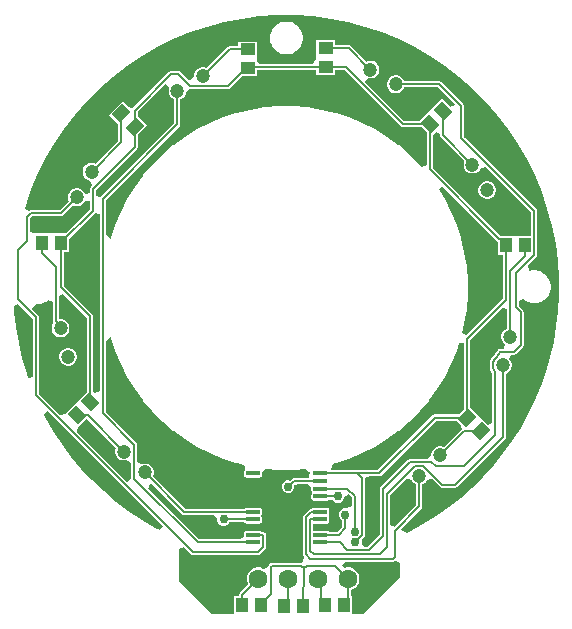
<source format=gtl>
G04*
G04 #@! TF.GenerationSoftware,Altium Limited,Altium Designer,22.7.1 (60)*
G04*
G04 Layer_Physical_Order=1*
G04 Layer_Color=255*
%FSLAX44Y44*%
%MOMM*%
G71*
G04*
G04 #@! TF.SameCoordinates,34583956-BA44-4E5B-BA21-D6171543F883*
G04*
G04*
G04 #@! TF.FilePolarity,Positive*
G04*
G01*
G75*
%ADD14R,1.0000X1.3000*%
G04:AMPARAMS|DCode=15|XSize=1.3mm|YSize=1mm|CornerRadius=0mm|HoleSize=0mm|Usage=FLASHONLY|Rotation=225.000|XOffset=0mm|YOffset=0mm|HoleType=Round|Shape=Rectangle|*
%AMROTATEDRECTD15*
4,1,4,0.1061,0.8132,0.8132,0.1061,-0.1061,-0.8132,-0.8132,-0.1061,0.1061,0.8132,0.0*
%
%ADD15ROTATEDRECTD15*%

G04:AMPARAMS|DCode=16|XSize=1.3mm|YSize=1mm|CornerRadius=0mm|HoleSize=0mm|Usage=FLASHONLY|Rotation=315.000|XOffset=0mm|YOffset=0mm|HoleType=Round|Shape=Rectangle|*
%AMROTATEDRECTD16*
4,1,4,-0.8132,0.1061,-0.1061,0.8132,0.8132,-0.1061,0.1061,-0.8132,-0.8132,0.1061,0.0*
%
%ADD16ROTATEDRECTD16*%

%ADD17R,1.3000X1.0000*%
G04:AMPARAMS|DCode=18|XSize=0.4mm|YSize=1.2mm|CornerRadius=0.05mm|HoleSize=0mm|Usage=FLASHONLY|Rotation=90.000|XOffset=0mm|YOffset=0mm|HoleType=Round|Shape=RoundedRectangle|*
%AMROUNDEDRECTD18*
21,1,0.4000,1.1000,0,0,90.0*
21,1,0.3000,1.2000,0,0,90.0*
1,1,0.1000,0.5500,0.1500*
1,1,0.1000,0.5500,-0.1500*
1,1,0.1000,-0.5500,-0.1500*
1,1,0.1000,-0.5500,0.1500*
%
%ADD18ROUNDEDRECTD18*%
%ADD29C,0.2032*%
%ADD30C,0.2032*%
%ADD31C,1.6000*%
%ADD32R,1.6000X1.6000*%
%ADD33C,1.2000*%
%ADD34C,1.2700*%
%ADD35C,0.7620*%
G36*
X331994Y371988D02*
X332834Y371426D01*
X333825Y371229D01*
X349910D01*
X353957Y367182D01*
Y338716D01*
X349957Y337241D01*
X348137Y339371D01*
X348016Y339467D01*
X347930Y339595D01*
X339595Y347930D01*
X339467Y348016D01*
X339371Y348137D01*
X330409Y355792D01*
X330274Y355868D01*
X330169Y355981D01*
X320633Y362909D01*
X320493Y362974D01*
X320379Y363079D01*
X310329Y369238D01*
X310185Y369291D01*
X310063Y369387D01*
X299561Y374738D01*
X299412Y374780D01*
X299284Y374865D01*
X288394Y379376D01*
X288243Y379406D01*
X288108Y379482D01*
X276898Y383124D01*
X276744Y383142D01*
X276604Y383207D01*
X265143Y385959D01*
X264989Y385965D01*
X264844Y386018D01*
X253202Y387862D01*
X253048Y387856D01*
X252899Y387898D01*
X241148Y388823D01*
X240995Y388805D01*
X240844Y388835D01*
X229056D01*
X228905Y388805D01*
X228752Y388823D01*
X217001Y387898D01*
X216852Y387856D01*
X216698Y387862D01*
X205056Y386018D01*
X204911Y385965D01*
X204757Y385959D01*
X193296Y383207D01*
X193155Y383142D01*
X193002Y383124D01*
X181792Y379482D01*
X181657Y379406D01*
X181506Y379376D01*
X170616Y374865D01*
X170488Y374780D01*
X170339Y374738D01*
X159837Y369387D01*
X159715Y369291D01*
X159571Y369238D01*
X149520Y363079D01*
X149407Y362974D01*
X149267Y362909D01*
X139731Y355981D01*
X139626Y355868D01*
X139491Y355792D01*
X130528Y348137D01*
X130433Y348016D01*
X130304Y347930D01*
X121970Y339595D01*
X121884Y339467D01*
X121763Y339371D01*
X114108Y330409D01*
X114032Y330274D01*
X113919Y330169D01*
X106991Y320633D01*
X106926Y320493D01*
X106821Y320379D01*
X100662Y310329D01*
X100609Y310185D01*
X100513Y310063D01*
X95162Y299561D01*
X95120Y299412D01*
X95035Y299284D01*
X90524Y288394D01*
X90494Y288243D01*
X90418Y288108D01*
X86776Y276898D01*
X86346Y276730D01*
X82346Y279460D01*
Y309315D01*
X144833Y371803D01*
X145395Y372643D01*
X145592Y373634D01*
Y394986D01*
X145906Y395071D01*
X147622Y396061D01*
X149023Y397462D01*
X150013Y399178D01*
X150345Y400418D01*
X151375Y401644D01*
X153887Y403278D01*
X154284Y403302D01*
X186028D01*
X187019Y403499D01*
X187859Y404061D01*
X198307Y414508D01*
X210716D01*
Y419458D01*
X260454D01*
Y415524D01*
X276502D01*
Y419458D01*
X284523D01*
X331994Y371988D01*
D02*
G37*
G36*
X136085Y405150D02*
X135991Y404986D01*
X135478Y403073D01*
Y401091D01*
X135991Y399178D01*
X136981Y397462D01*
X138382Y396061D01*
X140098Y395071D01*
X140412Y394986D01*
Y374707D01*
X77964Y312258D01*
X77761Y312261D01*
X73964Y313231D01*
Y317697D01*
X108580Y352314D01*
X109142Y353154D01*
X109339Y354145D01*
Y364896D01*
X117036Y372594D01*
X109339Y380291D01*
Y384060D01*
X132885Y407606D01*
X136085Y405150D01*
D02*
G37*
G36*
X68784Y308379D02*
Y301401D01*
X48711Y281328D01*
X38026D01*
Y281328D01*
X35074D01*
Y281328D01*
X22026D01*
Y281328D01*
X18592Y282694D01*
Y294202D01*
X20250Y295860D01*
X44454D01*
X45445Y296057D01*
X46285Y296619D01*
X54572Y304906D01*
X54854Y304743D01*
X56768Y304230D01*
X58749D01*
X60662Y304743D01*
X62378Y305734D01*
X63779Y307135D01*
X64769Y308850D01*
X64784Y308906D01*
X68784Y308379D01*
D02*
G37*
G36*
X365271Y365063D02*
Y364425D01*
X365468Y363433D01*
X366030Y362593D01*
X385936Y342687D01*
X385773Y342406D01*
X385260Y340492D01*
Y338511D01*
X385773Y336597D01*
X386763Y334882D01*
X388164Y333481D01*
X389880Y332490D01*
X391794Y331978D01*
X393775D01*
X395688Y332490D01*
X397404Y333481D01*
X398805Y334882D01*
X399621Y336296D01*
X400047Y336645D01*
X404156Y337417D01*
X442164Y299409D01*
Y279042D01*
X430508D01*
Y279042D01*
X427556D01*
Y279042D01*
X417298D01*
X417048Y279092D01*
X416621D01*
X359137Y336576D01*
Y364713D01*
X361565Y366678D01*
X365271Y365063D01*
D02*
G37*
G36*
X234950Y466065D02*
X242516Y466065D01*
X257615Y465076D01*
X272618Y463101D01*
X287459Y460149D01*
X302075Y456232D01*
X316404Y451368D01*
X330384Y445578D01*
X343955Y438885D01*
X357060Y431319D01*
X369642Y422912D01*
X381647Y413700D01*
X393023Y403723D01*
X403723Y393023D01*
X413701Y381647D01*
X422912Y369642D01*
X431319Y357060D01*
X438885Y343955D01*
X445578Y330384D01*
X451368Y316404D01*
X456232Y302075D01*
X460149Y287459D01*
X463101Y272618D01*
X465075Y257615D01*
X466065Y242516D01*
X466065Y234950D01*
X466065Y228414D01*
X465326Y215363D01*
X463851Y202375D01*
X461645Y189490D01*
X458713Y176751D01*
X455066Y164198D01*
X450716Y151872D01*
X445676Y139811D01*
X439963Y128054D01*
X433594Y116638D01*
X426590Y105601D01*
X418974Y94977D01*
X410769Y84801D01*
X402002Y75105D01*
X392702Y65919D01*
X382897Y57274D01*
X372619Y49197D01*
X361902Y41714D01*
X350778Y34848D01*
X339284Y28621D01*
X336970Y27532D01*
X332279Y29745D01*
X332125Y30351D01*
X332266Y30788D01*
X349608Y48131D01*
X350170Y48971D01*
X350367Y49962D01*
Y68648D01*
X350681Y68732D01*
X352397Y69723D01*
X353798Y71123D01*
X354295Y71984D01*
X357215Y72916D01*
X358965Y72971D01*
X365187Y66749D01*
X366027Y66187D01*
X367018Y65990D01*
X377952D01*
X378943Y66187D01*
X379783Y66749D01*
X420236Y107201D01*
X420797Y108041D01*
X420994Y109032D01*
Y162441D01*
X421309Y162525D01*
X423024Y163516D01*
X424425Y164916D01*
X425416Y166632D01*
X425928Y168546D01*
Y170527D01*
X425416Y172440D01*
X424425Y174156D01*
X424037Y174545D01*
X425468Y178545D01*
X428149D01*
X429141Y178742D01*
X429981Y179303D01*
X435409Y184732D01*
X435971Y185572D01*
X436168Y186563D01*
Y214376D01*
X435971Y215367D01*
X435409Y216207D01*
X431850Y219767D01*
Y223992D01*
X435850Y225648D01*
X436046Y225452D01*
X436365Y225239D01*
X436635Y224968D01*
X438273Y223874D01*
X438627Y223728D01*
X438945Y223515D01*
X440765Y222761D01*
X441140Y222687D01*
X441493Y222540D01*
X443425Y222156D01*
X443808D01*
X444183Y222081D01*
X446153D01*
X446528Y222156D01*
X446911D01*
X448843Y222540D01*
X449196Y222687D01*
X449571Y222761D01*
X451391Y223515D01*
X451709Y223728D01*
X452063Y223874D01*
X453701Y224968D01*
X453971Y225239D01*
X454290Y225452D01*
X455682Y226845D01*
X455895Y227163D01*
X456166Y227433D01*
X457260Y229071D01*
X457406Y229424D01*
X457619Y229743D01*
X458373Y231562D01*
X458447Y231938D01*
X458594Y232291D01*
X458978Y234223D01*
Y234606D01*
X459053Y234981D01*
Y236951D01*
X458978Y237326D01*
Y237709D01*
X458594Y239641D01*
X458447Y239994D01*
X458373Y240369D01*
X457619Y242189D01*
X457406Y242507D01*
X457260Y242861D01*
X456166Y244499D01*
X455895Y244769D01*
X455682Y245088D01*
X454290Y246480D01*
X453971Y246693D01*
X453701Y246964D01*
X452063Y248058D01*
X451709Y248204D01*
X451391Y248417D01*
X449571Y249171D01*
X449196Y249245D01*
X448843Y249392D01*
X446911Y249776D01*
X446528D01*
X446153Y249851D01*
X444183D01*
X443808Y249776D01*
X443425D01*
X441493Y249392D01*
X441140Y249245D01*
X440765Y249171D01*
X440386Y249457D01*
X440020Y254747D01*
X446585Y261313D01*
X447147Y262153D01*
X447344Y263144D01*
Y300482D01*
X447147Y301473D01*
X446585Y302313D01*
X385876Y363023D01*
Y388874D01*
X385679Y389865D01*
X385117Y390705D01*
X366629Y409193D01*
X365789Y409755D01*
X364798Y409952D01*
X335070D01*
X334986Y410266D01*
X333996Y411982D01*
X332595Y413383D01*
X330879Y414373D01*
X328965Y414886D01*
X326984D01*
X325071Y414373D01*
X323355Y413383D01*
X321954Y411982D01*
X320964Y410266D01*
X320451Y408353D01*
Y406372D01*
X320964Y404458D01*
X321954Y402742D01*
X323355Y401342D01*
X325071Y400351D01*
X326984Y399838D01*
X328965D01*
X330879Y400351D01*
X332595Y401342D01*
X333996Y402742D01*
X334986Y404458D01*
X335070Y404772D01*
X363725D01*
X378073Y390424D01*
X377970Y389907D01*
X373630Y388590D01*
X366800Y395420D01*
X357574Y386194D01*
X357574D01*
X355486Y384106D01*
X347789Y376409D01*
X334898D01*
X302105Y409202D01*
X304366Y412597D01*
X305333Y412338D01*
X307314D01*
X309228Y412851D01*
X310944Y413841D01*
X312345Y415242D01*
X313335Y416958D01*
X313848Y418871D01*
Y420853D01*
X313335Y422766D01*
X312345Y424482D01*
X310944Y425883D01*
X309228Y426873D01*
X307314Y427386D01*
X305333D01*
X303420Y426873D01*
X303138Y426711D01*
X289969Y439879D01*
X289129Y440440D01*
X288138Y440638D01*
X276502D01*
Y444572D01*
X260454D01*
Y432572D01*
X260454Y431524D01*
Y428572D01*
X257765Y424638D01*
X213328D01*
X210716Y427556D01*
Y430508D01*
X210716D01*
Y443556D01*
X194668D01*
Y439622D01*
X187103D01*
X186111Y439425D01*
X185271Y438863D01*
X167838Y421430D01*
X167557Y421593D01*
X165643Y422106D01*
X163662D01*
X161748Y421593D01*
X160033Y420602D01*
X158632Y419202D01*
X157641Y417486D01*
X157128Y415572D01*
Y413591D01*
X153708Y411256D01*
X152475Y411003D01*
X145722Y417756D01*
X144882Y418318D01*
X143891Y418515D01*
X137541D01*
X136550Y418318D01*
X135710Y417756D01*
X104918Y386964D01*
X101132Y388498D01*
X96496Y393134D01*
X85148Y381786D01*
X92846Y374089D01*
Y359656D01*
X73444Y340254D01*
X73162Y340417D01*
X71248Y340929D01*
X69267D01*
X67354Y340417D01*
X65638Y339426D01*
X64237Y338025D01*
X63247Y336310D01*
X62734Y334396D01*
Y332415D01*
X63247Y330501D01*
X64237Y328786D01*
X65638Y327385D01*
X67354Y326394D01*
X69267Y325882D01*
X70823Y321881D01*
X69543Y320601D01*
X68981Y319761D01*
X68784Y318770D01*
Y315130D01*
X64784Y314603D01*
X64769Y314659D01*
X63779Y316374D01*
X62378Y317775D01*
X60662Y318766D01*
X58749Y319279D01*
X56768D01*
X54854Y318766D01*
X53138Y317775D01*
X51737Y316374D01*
X50747Y314659D01*
X50234Y312745D01*
Y310764D01*
X50747Y308850D01*
X50910Y308568D01*
X43381Y301040D01*
X19177D01*
X18186Y300843D01*
X17346Y300281D01*
X17321Y300257D01*
X13667Y302075D01*
X18531Y316404D01*
X24322Y330384D01*
X31015Y343956D01*
X38581Y357060D01*
X46987Y369642D01*
X56199Y381647D01*
X66176Y393024D01*
X76876Y403724D01*
X88253Y413701D01*
X100258Y422913D01*
X112840Y431319D01*
X125944Y438885D01*
X139516Y445578D01*
X153496Y451368D01*
X167825Y456232D01*
X182441Y460149D01*
X197282Y463101D01*
X212285Y465076D01*
X227384Y466065D01*
X234950Y466065D01*
D02*
G37*
G36*
X413717Y274671D02*
X414508Y274142D01*
Y262994D01*
X418442D01*
Y225609D01*
X387697Y194864D01*
X384071Y196894D01*
X385959Y204757D01*
X385965Y204911D01*
X386018Y205056D01*
X387862Y216698D01*
X387856Y216852D01*
X387898Y217001D01*
X388823Y228752D01*
X388805Y228905D01*
X388835Y229056D01*
Y240844D01*
X388805Y240995D01*
X388823Y241148D01*
X387898Y252899D01*
X387856Y253048D01*
X387862Y253202D01*
X386018Y264844D01*
X385965Y264989D01*
X385959Y265143D01*
X383207Y276604D01*
X383142Y276744D01*
X383124Y276898D01*
X379482Y288108D01*
X379406Y288243D01*
X379376Y288394D01*
X374865Y299284D01*
X374780Y299412D01*
X374738Y299561D01*
X369387Y310063D01*
X369291Y310185D01*
X369238Y310329D01*
X364231Y318500D01*
X367394Y320993D01*
X413717Y274671D01*
D02*
G37*
G36*
X66567Y209778D02*
Y147257D01*
X58870Y139560D01*
Y139560D01*
X56783Y137472D01*
X47556Y128246D01*
X43910Y127393D01*
X25996Y145307D01*
Y210020D01*
X25798Y211011D01*
X25237Y211851D01*
X19901Y217187D01*
X20038Y217941D01*
X21562Y219892D01*
X23493Y221319D01*
X25463D01*
X25838Y221394D01*
X26221D01*
X28153Y221778D01*
X28506Y221925D01*
X28881Y221999D01*
X30701Y222753D01*
X31019Y222966D01*
X31373Y223112D01*
X33011Y224207D01*
X33281Y224477D01*
X33600Y224690D01*
X37542Y222976D01*
Y206971D01*
X37739Y205979D01*
X38065Y205492D01*
X37988Y205416D01*
X36998Y203700D01*
X36485Y201787D01*
Y199806D01*
X36998Y197892D01*
X37988Y196176D01*
X39389Y194776D01*
X41105Y193785D01*
X43018Y193272D01*
X45000D01*
X46913Y193785D01*
X48629Y194776D01*
X50030Y196176D01*
X51020Y197892D01*
X51533Y199806D01*
Y201787D01*
X51020Y203700D01*
X50030Y205416D01*
X48629Y206817D01*
X46913Y207807D01*
X45000Y208320D01*
X43018D01*
X42722Y208548D01*
Y228398D01*
X46417Y229928D01*
X66567Y209778D01*
D02*
G37*
G36*
X422285Y216901D02*
Y200780D01*
X421971Y200695D01*
X420255Y199705D01*
X418854Y198304D01*
X417864Y196588D01*
X417351Y194675D01*
Y192694D01*
X417864Y190780D01*
X418854Y189064D01*
X420194Y187724D01*
X420188Y187440D01*
X419078Y183724D01*
X416648Y183724D01*
X416648Y183724D01*
X416254Y183646D01*
X416254Y183646D01*
X415658Y183527D01*
X415657Y183527D01*
X415657Y183527D01*
X415319Y183301D01*
X415318Y183301D01*
X414817Y182966D01*
X414194Y182399D01*
X414194Y182399D01*
X414194Y182399D01*
X414194Y182398D01*
X412876Y180693D01*
X411563Y178455D01*
X411516Y178435D01*
X411486Y178363D01*
X410502Y177439D01*
X408726Y175124D01*
X407610Y172429D01*
X407229Y169536D01*
X407610Y166644D01*
X408726Y163949D01*
X409398Y163073D01*
Y120764D01*
X405703Y119233D01*
X400672Y124264D01*
X400672D01*
X398584Y126352D01*
X390887Y134049D01*
Y190728D01*
X418590Y218431D01*
X422285Y216901D01*
D02*
G37*
G36*
X20816Y208947D02*
Y159245D01*
X16816Y158543D01*
X15366Y162547D01*
X11544Y175377D01*
X8470Y188407D01*
X6156Y201593D01*
X4609Y214891D01*
X4326Y219781D01*
X8231Y221533D01*
X20816Y208947D01*
D02*
G37*
G36*
X73369Y298455D02*
X77166Y297485D01*
Y147838D01*
X73166Y145844D01*
X71747Y146914D01*
Y210851D01*
X71550Y211842D01*
X70988Y212682D01*
X47140Y236531D01*
Y265280D01*
X51074D01*
Y276366D01*
X73166Y298458D01*
X73369Y298455D01*
D02*
G37*
G36*
X382646Y119594D02*
X384180Y115809D01*
X368641Y100269D01*
X368359Y100432D01*
X366445Y100945D01*
X364464D01*
X362551Y100432D01*
X360835Y99441D01*
X359434Y98041D01*
X358443Y96325D01*
X357931Y94411D01*
Y92430D01*
X354326Y90429D01*
X339725D01*
X338734Y90232D01*
X337894Y89670D01*
X315161Y66937D01*
X314599Y66097D01*
X314402Y65106D01*
Y26433D01*
X303767Y15798D01*
X301661D01*
X299544Y17578D01*
X299319Y22098D01*
X301297Y24077D01*
X301859Y24917D01*
X302056Y25908D01*
Y73827D01*
X305816Y75428D01*
X313436D01*
X314427Y75626D01*
X315267Y76187D01*
X361782Y122701D01*
X379539D01*
X382646Y119594D01*
D02*
G37*
G36*
X385707Y188007D02*
Y131928D01*
X381660Y127881D01*
X360709D01*
X359718Y127684D01*
X358878Y127122D01*
X312363Y80608D01*
X273501D01*
X272777Y81660D01*
X274516Y86192D01*
X276604Y86693D01*
X276744Y86758D01*
X276898Y86776D01*
X288108Y90418D01*
X288243Y90494D01*
X288394Y90524D01*
X299284Y95035D01*
X299412Y95120D01*
X299561Y95162D01*
X310063Y100513D01*
X310185Y100609D01*
X310329Y100662D01*
X320379Y106821D01*
X320493Y106926D01*
X320633Y106991D01*
X330169Y113919D01*
X330274Y114032D01*
X330409Y114108D01*
X339371Y121763D01*
X339467Y121884D01*
X339595Y121970D01*
X347930Y130304D01*
X348016Y130433D01*
X348137Y130528D01*
X355792Y139491D01*
X355868Y139626D01*
X355981Y139731D01*
X362909Y149267D01*
X362974Y149407D01*
X363079Y149520D01*
X369238Y159571D01*
X369291Y159715D01*
X369387Y159837D01*
X374738Y170339D01*
X374780Y170488D01*
X374865Y170616D01*
X379376Y181506D01*
X379406Y181657D01*
X379482Y181792D01*
X381707Y188641D01*
X385707Y188007D01*
D02*
G37*
G36*
X86776Y193002D02*
X90418Y181792D01*
X90494Y181657D01*
X90524Y181506D01*
X95035Y170616D01*
X95120Y170488D01*
X95162Y170339D01*
X100513Y159837D01*
X100609Y159715D01*
X100662Y159571D01*
X106821Y149520D01*
X106926Y149407D01*
X106991Y149267D01*
X113919Y139731D01*
X114032Y139626D01*
X114108Y139491D01*
X121763Y130528D01*
X121884Y130433D01*
X121970Y130304D01*
X130304Y121970D01*
X130433Y121884D01*
X130528Y121763D01*
X139491Y114108D01*
X139626Y114032D01*
X139731Y113919D01*
X149267Y106991D01*
X149407Y106926D01*
X149520Y106821D01*
X159571Y100662D01*
X159715Y100609D01*
X159837Y100513D01*
X170339Y95162D01*
X170488Y95120D01*
X170616Y95035D01*
X181506Y90524D01*
X181657Y90494D01*
X181792Y90418D01*
X193002Y86776D01*
X193155Y86758D01*
X193296Y86693D01*
X199627Y85173D01*
X200036Y83701D01*
X199999Y80977D01*
X199552Y80308D01*
X199394Y79518D01*
Y76518D01*
X199552Y75728D01*
X199999Y75059D01*
X200669Y74612D01*
X201458Y74454D01*
X212458D01*
X213248Y74612D01*
X213917Y75059D01*
X214365Y75728D01*
X214522Y76518D01*
Y78333D01*
X215568Y80113D01*
X216611Y81107D01*
X217535Y81809D01*
X217808Y81939D01*
X228752Y81077D01*
X228905Y81096D01*
X229056Y81065D01*
X234950D01*
X240844Y81065D01*
X240995Y81095D01*
X241148Y81077D01*
X251982Y81930D01*
X254743Y79239D01*
X255025Y78772D01*
X254673Y75223D01*
X253330Y74213D01*
X253106Y74107D01*
X241444D01*
X240453Y73910D01*
X239613Y73349D01*
X238221Y71957D01*
X237789Y72136D01*
X235667D01*
X233706Y71324D01*
X232206Y69823D01*
X231394Y67863D01*
Y65741D01*
X232206Y63780D01*
X233706Y62280D01*
X235667Y61468D01*
X237789D01*
X239750Y62280D01*
X241250Y63780D01*
X242062Y65741D01*
Y67863D01*
X245758Y68928D01*
X253106D01*
X253329Y68823D01*
X256394Y66518D01*
Y63518D01*
X256551Y62728D01*
X256999Y62059D01*
Y61477D01*
X256551Y60808D01*
X256394Y60018D01*
Y57018D01*
X256551Y56228D01*
X256999Y55559D01*
X257668Y55111D01*
X258458Y54954D01*
X269458D01*
X270247Y55111D01*
X270496Y55277D01*
X272382Y55384D01*
X274767Y55100D01*
X275870Y53996D01*
X277831Y53184D01*
X279953D01*
X281914Y53996D01*
X283414Y55497D01*
X284226Y57457D01*
Y58372D01*
X287860Y60320D01*
X290526Y57633D01*
Y50765D01*
X290401Y50595D01*
X286526Y48422D01*
X286303Y48514D01*
X284181D01*
X282220Y47702D01*
X280720Y46202D01*
X279908Y44241D01*
Y42119D01*
X280720Y40159D01*
X282220Y38658D01*
X282652Y38479D01*
Y32823D01*
X278438Y28608D01*
X271164D01*
X270917Y28977D01*
X270247Y29425D01*
X269458Y29582D01*
X258458D01*
X257860Y30073D01*
Y34964D01*
X258458Y35454D01*
X269458D01*
X270247Y35611D01*
X270917Y36059D01*
X271364Y36728D01*
X271521Y37518D01*
Y40518D01*
X271364Y41308D01*
X270917Y41977D01*
Y42559D01*
X271364Y43228D01*
X271521Y44018D01*
Y47018D01*
X271364Y47807D01*
X270917Y48477D01*
X270247Y48924D01*
X269458Y49082D01*
X258458D01*
X257668Y48924D01*
X256999Y48477D01*
X256752Y48108D01*
X255957D01*
X254966Y47910D01*
X254126Y47349D01*
X249883Y43106D01*
X249321Y42266D01*
X249124Y41275D01*
Y9525D01*
X249321Y8534D01*
X249883Y7694D01*
X248899Y3348D01*
X247650Y2464D01*
X223440D01*
X222449Y2267D01*
X221609Y1705D01*
X220419Y515D01*
X219857Y-325D01*
X219795Y-640D01*
X219435Y-1040D01*
X218142Y-1834D01*
X215660Y-2680D01*
X215004Y-2301D01*
X212582Y-1652D01*
X210074D01*
X207652Y-2301D01*
X205480Y-3555D01*
X203707Y-5328D01*
X202453Y-7500D01*
X201804Y-9922D01*
Y-12430D01*
X202453Y-14852D01*
X203015Y-15826D01*
X195655Y-23187D01*
X195093Y-24027D01*
X194896Y-25018D01*
Y-25758D01*
X190962D01*
Y-41073D01*
X172551D01*
X144601Y-13123D01*
X144600Y14151D01*
X148296Y15682D01*
X154125Y9853D01*
X154965Y9291D01*
X155956Y9094D01*
X211455D01*
X212446Y9291D01*
X213286Y9853D01*
X217477Y14044D01*
X218039Y14884D01*
X218236Y15875D01*
Y25764D01*
X218144Y26223D01*
X218067Y26685D01*
X218046Y26718D01*
X218039Y26755D01*
X217778Y27144D01*
X217530Y27541D01*
X217499Y27564D01*
X217477Y27596D01*
X217088Y27856D01*
X216707Y28127D01*
X216669Y28135D01*
X216637Y28157D01*
X216178Y28248D01*
X215722Y28353D01*
X214307Y28394D01*
X213917Y28977D01*
X213248Y29425D01*
X212458Y29582D01*
X201458D01*
X200669Y29425D01*
X199999Y28977D01*
X199552Y28308D01*
X199394Y27518D01*
Y24518D01*
X196330Y22213D01*
X196106Y22108D01*
X161144D01*
X118256Y64996D01*
X119590Y69319D01*
X120838Y69555D01*
X146707Y43687D01*
X147547Y43125D01*
X148538Y42928D01*
X173635D01*
X176784Y40079D01*
Y37957D01*
X177596Y35996D01*
X179097Y34496D01*
X181057Y33684D01*
X183179D01*
X185140Y34496D01*
X186640Y35996D01*
X186819Y36428D01*
X199752D01*
X199999Y36059D01*
X200669Y35611D01*
X201458Y35454D01*
X212458D01*
X213248Y35611D01*
X213917Y36059D01*
X214365Y36728D01*
X214522Y37518D01*
Y40518D01*
X214365Y41308D01*
X213917Y41977D01*
Y42559D01*
X214365Y43228D01*
X214522Y44018D01*
Y47018D01*
X214365Y47807D01*
X213917Y48477D01*
X213248Y48924D01*
X212458Y49082D01*
X201458D01*
X200669Y48924D01*
X199999Y48477D01*
X199752Y48108D01*
X149611D01*
X122114Y75605D01*
X122276Y75887D01*
X122789Y77800D01*
Y79781D01*
X122276Y81695D01*
X121286Y83411D01*
X119885Y84811D01*
X118169Y85802D01*
X116256Y86315D01*
X114275D01*
X113016Y85977D01*
X110854Y87013D01*
X109016Y88489D01*
Y102362D01*
X108819Y103353D01*
X108257Y104193D01*
X82346Y130105D01*
Y136020D01*
X82419Y136386D01*
Y138490D01*
X82346Y138857D01*
Y190440D01*
X86346Y193170D01*
X86776Y193002D01*
D02*
G37*
G36*
X90739Y99655D02*
X90576Y99373D01*
X90063Y97459D01*
Y95478D01*
X90576Y93565D01*
X91567Y91849D01*
X92968Y90448D01*
X94683Y89458D01*
X96597Y88945D01*
X98578D01*
X99836Y89282D01*
X101999Y88246D01*
X103836Y86770D01*
Y73163D01*
X103846Y73113D01*
X100512Y70790D01*
X58050Y113252D01*
X58904Y116898D01*
X66200Y124194D01*
X90739Y99655D01*
D02*
G37*
G36*
X338340Y72916D02*
X341260Y71984D01*
X341757Y71123D01*
X343158Y69723D01*
X344873Y68732D01*
X345187Y68648D01*
Y51035D01*
X327138Y32985D01*
X323138Y34642D01*
Y59519D01*
X336590Y72971D01*
X338340Y72916D01*
D02*
G37*
G36*
X130921Y33056D02*
X128542Y29779D01*
X124208Y31983D01*
X112647Y38733D01*
X101495Y46140D01*
X90791Y54180D01*
X80570Y62827D01*
X70867Y72051D01*
X61714Y81820D01*
X53142Y92103D01*
X45179Y102866D01*
X37852Y114070D01*
X31187Y125680D01*
X29736Y128585D01*
X33024Y130954D01*
X130921Y33056D01*
D02*
G37*
G36*
X328475Y3602D02*
X331426Y2114D01*
X331589Y-9373D01*
X299889Y-41073D01*
X290622D01*
Y-25758D01*
X290118D01*
Y-20342D01*
X291204Y-20051D01*
X293376Y-18797D01*
X295149Y-17024D01*
X296403Y-14852D01*
X297052Y-12430D01*
Y-9922D01*
X296403Y-7500D01*
X295149Y-5328D01*
X293376Y-3555D01*
X291204Y-2301D01*
X288782Y-1652D01*
X286274D01*
X284523Y-2121D01*
X282753Y-813D01*
X282705Y-748D01*
X284723Y3252D01*
X325835D01*
X326826Y3449D01*
X327402Y3834D01*
X328475Y3602D01*
D02*
G37*
%LPC*%
G36*
X406274Y325374D02*
X404293D01*
X402380Y324862D01*
X400664Y323871D01*
X399263Y322470D01*
X398273Y320755D01*
X397760Y318841D01*
Y316860D01*
X398273Y314946D01*
X399263Y313231D01*
X400664Y311830D01*
X402380Y310839D01*
X404293Y310326D01*
X406274D01*
X408188Y310839D01*
X409904Y311830D01*
X411305Y313231D01*
X412295Y314946D01*
X412808Y316860D01*
Y318841D01*
X412295Y320755D01*
X411305Y322470D01*
X409904Y323871D01*
X408188Y324862D01*
X406274Y325374D01*
D02*
G37*
G36*
X236189Y460577D02*
X234219D01*
X233844Y460502D01*
X233461D01*
X231529Y460118D01*
X231176Y459971D01*
X230800Y459897D01*
X228981Y459143D01*
X228662Y458930D01*
X228309Y458784D01*
X226671Y457690D01*
X226401Y457419D01*
X226082Y457206D01*
X224690Y455813D01*
X224477Y455495D01*
X224207Y455225D01*
X223112Y453587D01*
X222966Y453233D01*
X222753Y452915D01*
X221999Y451096D01*
X221925Y450720D01*
X221778Y450367D01*
X221394Y448435D01*
Y448052D01*
X221319Y447677D01*
Y445707D01*
X221394Y445332D01*
Y444949D01*
X221778Y443017D01*
X221925Y442664D01*
X221999Y442289D01*
X222753Y440469D01*
X222966Y440150D01*
X223112Y439797D01*
X224207Y438159D01*
X224477Y437889D01*
X224690Y437570D01*
X226082Y436178D01*
X226401Y435965D01*
X226671Y435695D01*
X228309Y434600D01*
X228662Y434454D01*
X228981Y434241D01*
X230800Y433487D01*
X231176Y433413D01*
X231529Y433266D01*
X233461Y432882D01*
X233844D01*
X234219Y432807D01*
X236189D01*
X236564Y432882D01*
X236947D01*
X238879Y433266D01*
X239232Y433413D01*
X239608Y433487D01*
X241427Y434241D01*
X241745Y434454D01*
X242099Y434600D01*
X243737Y435695D01*
X244007Y435965D01*
X244326Y436178D01*
X245718Y437570D01*
X245931Y437889D01*
X246201Y438159D01*
X247296Y439797D01*
X247442Y440150D01*
X247655Y440469D01*
X248409Y442289D01*
X248483Y442664D01*
X248630Y443017D01*
X249014Y444949D01*
Y445332D01*
X249089Y445707D01*
Y447677D01*
X249014Y448052D01*
Y448435D01*
X248630Y450367D01*
X248483Y450720D01*
X248409Y451096D01*
X247655Y452915D01*
X247442Y453233D01*
X247296Y453587D01*
X246201Y455225D01*
X245931Y455495D01*
X245718Y455813D01*
X244326Y457206D01*
X244007Y457419D01*
X243737Y457690D01*
X242099Y458784D01*
X241745Y458930D01*
X241427Y459143D01*
X239608Y459897D01*
X239232Y459971D01*
X238879Y460118D01*
X236947Y460502D01*
X236564D01*
X236189Y460577D01*
D02*
G37*
G36*
X51470Y184172D02*
X49489D01*
X47575Y183659D01*
X45860Y182668D01*
X44459Y181268D01*
X43468Y179552D01*
X42955Y177638D01*
Y175657D01*
X43468Y173744D01*
X44459Y172028D01*
X45860Y170627D01*
X47575Y169637D01*
X49489Y169124D01*
X51470D01*
X53384Y169637D01*
X55099Y170627D01*
X56500Y172028D01*
X57491Y173744D01*
X58003Y175657D01*
Y177638D01*
X57491Y179552D01*
X56500Y181268D01*
X55099Y182668D01*
X53384Y183659D01*
X51470Y184172D01*
D02*
G37*
%LPD*%
D14*
X233300Y-34036D02*
D03*
X249300D02*
D03*
X268098Y-33782D02*
D03*
X284098D02*
D03*
X421032Y271018D02*
D03*
X437032D02*
D03*
X44550Y273304D02*
D03*
X28550D02*
D03*
X213486Y-33782D02*
D03*
X197486D02*
D03*
D15*
X388297Y125291D02*
D03*
X399611Y113977D02*
D03*
X106749Y371533D02*
D03*
X95435Y382847D02*
D03*
D16*
X356547Y373819D02*
D03*
X367861Y385133D02*
D03*
X69157Y138499D02*
D03*
X57843Y127185D02*
D03*
D17*
X268478Y422048D02*
D03*
Y438048D02*
D03*
X202692Y421032D02*
D03*
Y437032D02*
D03*
D18*
X263958Y19518D02*
D03*
Y26018D02*
D03*
Y32518D02*
D03*
Y39018D02*
D03*
Y45518D02*
D03*
Y52018D02*
D03*
Y58518D02*
D03*
Y65018D02*
D03*
Y71518D02*
D03*
Y78018D02*
D03*
X206958Y19518D02*
D03*
Y26018D02*
D03*
Y32518D02*
D03*
Y39018D02*
D03*
Y45518D02*
D03*
Y52018D02*
D03*
Y58518D02*
D03*
Y65018D02*
D03*
Y71518D02*
D03*
Y78018D02*
D03*
D29*
X416053Y180539D02*
D03*
D30*
X415970Y180456D02*
G03*
X413825Y177051I14314J-11395D01*
G01*
X413242Y176339D02*
G03*
X413825Y177051I-1240J1610D01*
G01*
X413242Y176339D02*
G03*
X411988Y163901I5163J-6803D01*
G01*
X70258Y333405D02*
X95435Y358583D01*
Y382847D01*
X106749Y354145D02*
Y371533D01*
X71374Y300328D02*
Y318770D01*
X106749Y354145D01*
X143002Y373634D02*
Y402082D01*
X79756Y138563D02*
Y310388D01*
X143002Y373634D01*
X424875Y193684D02*
Y249644D01*
X388297Y191801D02*
X421032Y224536D01*
X437032Y261801D02*
Y271018D01*
X429260Y218694D02*
Y247650D01*
X444754Y263144D01*
X424875Y249644D02*
X437032Y261801D01*
X444754Y263144D02*
Y300482D01*
X421032Y224536D02*
Y272518D01*
X429260Y218694D02*
X433578Y214376D01*
X115265Y78791D02*
X148538Y45518D01*
X206958D01*
X79756Y136313D02*
X79829Y136386D01*
X79756Y129032D02*
X106426Y102362D01*
X79756Y129032D02*
Y136313D01*
X79829Y136386D02*
Y138490D01*
X79756Y138563D02*
X79829Y138490D01*
X106426Y73163D02*
X160072Y19518D01*
X106426Y73163D02*
Y102362D01*
X160072Y19518D02*
X206958D01*
X23406Y144234D02*
Y210020D01*
X8128Y225298D02*
X23406Y210020D01*
Y144234D02*
X155956Y11684D01*
X211455D01*
X285596Y422048D02*
X333825Y373819D01*
X268478Y422048D02*
X285596D01*
X333825Y373819D02*
X356547D01*
X203708Y422048D02*
X268478D01*
X383286Y361950D02*
Y388874D01*
X327975Y407362D02*
X364798D01*
X383286Y388874D01*
X202692Y421032D02*
X203708Y422048D01*
X217828Y-28298D02*
X222250Y-23876D01*
Y-1316D01*
X213486Y-32282D02*
X217470Y-28298D01*
X217828D01*
X233300Y-34036D02*
X236728Y-30608D01*
Y-11176D01*
X262128D02*
X264668Y-13716D01*
Y-30352D02*
X268098Y-33782D01*
X264668Y-30352D02*
Y-13716D01*
X287528Y-30352D02*
Y-11176D01*
X284098Y-33782D02*
X287528Y-30352D01*
X213486Y-33782D02*
Y-32282D01*
X223440Y-126D02*
X247650D01*
X222250Y-1316D02*
X223440Y-126D01*
X247650D02*
X250000Y-2475D01*
X415548Y276502D02*
X417048D01*
X356547Y335503D02*
Y373819D01*
X417048Y276502D02*
X421032Y272518D01*
X356547Y335503D02*
X415548Y276502D01*
X44550Y273504D02*
X71374Y300328D01*
X44550Y273304D02*
Y273504D01*
X8128Y267208D02*
X16002Y275082D01*
X8128Y225298D02*
Y267208D01*
X40132Y206971D02*
X44009Y203093D01*
Y200796D02*
Y203093D01*
X28550Y264566D02*
X40132Y252984D01*
Y206971D02*
Y252984D01*
X327025Y7032D02*
Y29210D01*
X325835Y5842D02*
X327025Y7032D01*
X255397Y5842D02*
X325835D01*
X327025Y29210D02*
X347777Y49962D01*
X411988Y110236D02*
Y163901D01*
X416053Y180539D02*
X416648Y181134D01*
X428149D02*
X433578Y186563D01*
X416648Y181134D02*
X428149D01*
X415970Y180456D02*
X416053Y180539D01*
X433578Y186563D02*
Y214376D01*
X386035Y84283D02*
X411988Y110236D01*
X377952Y68580D02*
X418405Y109032D01*
Y169536D01*
X295275Y78018D02*
X313436D01*
X250000Y-2475D02*
X252475Y0D01*
X360709Y125291D02*
X388297D01*
X313436Y78018D02*
X360709Y125291D01*
X249300Y-34036D02*
X250000Y-2475D01*
X293116Y19558D02*
X299466Y25908D01*
Y73827D01*
X295275Y78018D02*
X299466Y73827D01*
X263958Y78018D02*
X295275D01*
X44454Y298450D02*
X57758Y311754D01*
X19177Y298450D02*
X44454D01*
X16002Y295275D02*
X19177Y298450D01*
X16002Y275082D02*
Y295275D01*
X211455Y11684D02*
X215646Y15875D01*
Y25764D01*
X206958Y26018D02*
X215646Y25764D01*
X255524Y39018D02*
X263958D01*
X255270Y38764D02*
X255524Y39018D01*
X255270Y12700D02*
Y38764D01*
Y12700D02*
X258318Y9652D01*
X314325D01*
X320548Y15875D01*
Y60592D01*
X344240Y84283D01*
X351315D01*
X367018Y68580D01*
X377952D01*
X197486Y-33782D02*
Y-25018D01*
X211328Y-11176D01*
X383286Y361950D02*
X444754Y300482D01*
X361602Y84283D02*
X386035D01*
X358046Y87839D02*
X361602Y84283D01*
X339725Y87839D02*
X358046D01*
X316992Y65106D02*
X339725Y87839D01*
X316992Y25360D02*
Y65106D01*
X304840Y13208D02*
X316992Y25360D01*
X286766Y13208D02*
X304840D01*
X280456Y19518D02*
X286766Y13208D01*
X263958Y19518D02*
X280456D01*
X347777Y49962D02*
Y75743D01*
X251714Y9525D02*
X255397Y5842D01*
X251714Y9525D02*
Y41275D01*
X255957Y45518D01*
X263958D01*
Y58518D02*
X278892D01*
X285242Y31750D02*
Y43180D01*
X279510Y26018D02*
X285242Y31750D01*
X263958Y26018D02*
X279510D01*
X263958Y65018D02*
X286899D01*
X293116Y58801D01*
Y28702D02*
Y58801D01*
X182118Y39018D02*
X206958D01*
X241444Y71518D02*
X263958D01*
X236728Y66802D02*
X241444Y71518D01*
X252475Y0D02*
X276352D01*
X287528Y-11176D01*
X386011Y113977D02*
X399611D01*
X365455Y93421D02*
X386011Y113977D01*
X57843Y127185D02*
X66871D01*
X97587Y96469D01*
X187103Y437032D02*
X202692D01*
X164653Y414582D02*
X187103Y437032D01*
X367861Y364425D02*
X392784Y339501D01*
X367861Y364425D02*
Y385133D01*
X201168Y421032D02*
X202692D01*
X186028Y405892D02*
X201168Y421032D01*
X153924Y405892D02*
X186028D01*
X143891Y415925D02*
X153924Y405892D01*
X137541Y415925D02*
X143891D01*
X106749Y385133D02*
X137541Y415925D01*
X106749Y371533D02*
Y385133D01*
X268478Y438048D02*
X288138D01*
X306324Y419862D01*
X388297Y125291D02*
Y191801D01*
X28550Y264566D02*
Y273304D01*
X44550Y235458D02*
Y273304D01*
Y235458D02*
X69157Y210851D01*
Y138499D02*
Y210851D01*
D31*
X236728Y-11176D02*
D03*
X211328D02*
D03*
X262128D02*
D03*
X287528D02*
D03*
D32*
X185928D02*
D03*
D33*
X115265Y78791D02*
D03*
X97587Y96469D02*
D03*
X418405Y169536D02*
D03*
X424875Y193684D02*
D03*
X306324Y419862D02*
D03*
X327975Y407362D02*
D03*
X143002Y402082D02*
D03*
X70258Y333405D02*
D03*
X57758Y311754D02*
D03*
X164653Y414582D02*
D03*
X392784Y339501D02*
D03*
X405284Y317850D02*
D03*
X365455Y93421D02*
D03*
X347777Y75743D02*
D03*
X44009Y200796D02*
D03*
X50479Y176648D02*
D03*
D34*
X325374Y429768D02*
D03*
X72644Y385064D02*
D03*
X172720Y72390D02*
D03*
X233680Y406908D02*
D03*
X63754Y255778D02*
D03*
D35*
X293116Y19558D02*
D03*
X278892Y58518D02*
D03*
X285242Y43180D02*
D03*
X293116Y28702D02*
D03*
X182118Y39018D02*
D03*
X236728Y66802D02*
D03*
M02*

</source>
